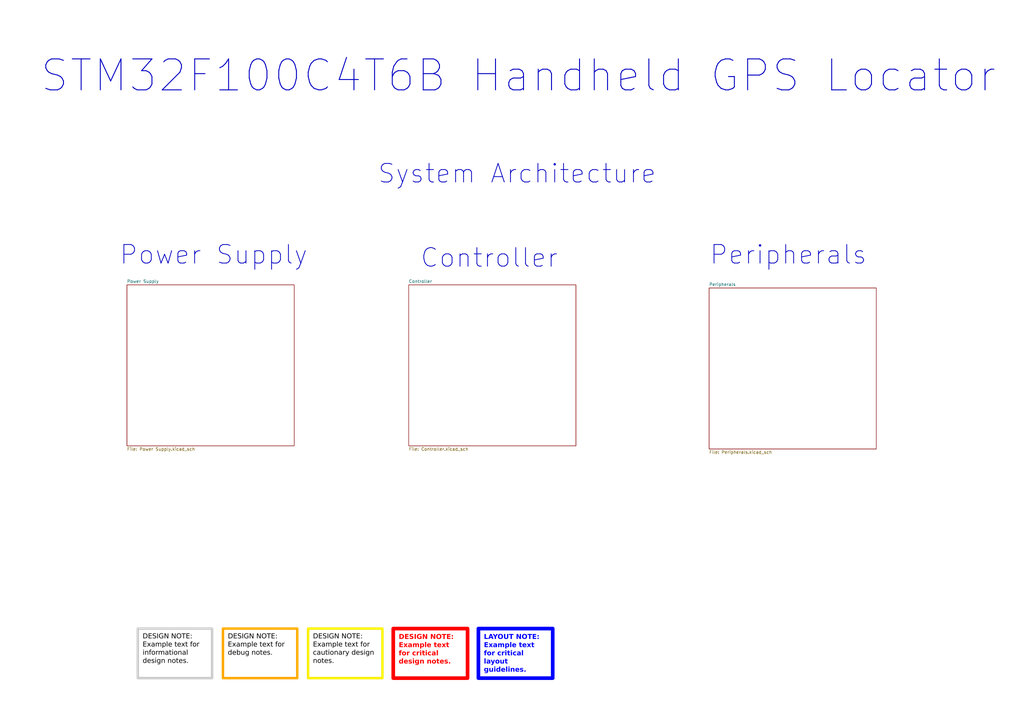
<source format=kicad_sch>
(kicad_sch
	(version 20250114)
	(generator "eeschema")
	(generator_version "9.0")
	(uuid "ea8b3ef8-8ecc-4b82-8187-a133f9b3c76f")
	(paper "A3")
	(title_block
		(title "STM32F100C4T6B GPS Locator")
		(date "2025-03-06")
		(rev "1.0.0")
		(company "MTP")
	)
	(lib_symbols)
	(text "STM32F100C4T6B Handheld GPS Locator"
		(exclude_from_sim no)
		(at 212.598 31.242 0)
		(effects
			(font
				(size 12.7 12.7)
				(thickness 0.381)
				(bold yes)
			)
		)
		(uuid "6b4444f2-e99c-423e-b744-d71b8e5fcf25")
	)
	(text "Peripherals"
		(exclude_from_sim no)
		(at 323.342 104.648 0)
		(effects
			(font
				(size 7.62 7.62)
				(thickness 0.3175)
			)
		)
		(uuid "b44335ed-39c7-47b3-926a-f20bd659f0f2")
	)
	(text "Controller"
		(exclude_from_sim no)
		(at 200.66 105.918 0)
		(effects
			(font
				(size 7.62 7.62)
				(thickness 0.3175)
			)
		)
		(uuid "d13731e9-d839-421e-8ec1-3acc3b8393b5")
	)
	(text "System Architecture"
		(exclude_from_sim no)
		(at 212.09 71.374 0)
		(effects
			(font
				(size 7.62 7.62)
				(thickness 0.3175)
			)
		)
		(uuid "e8d8bfb3-2344-4efc-a10e-8d68bfce2d42")
	)
	(text "Power Supply"
		(exclude_from_sim no)
		(at 87.63 104.648 0)
		(effects
			(font
				(size 7.62 7.62)
				(thickness 0.3175)
			)
		)
		(uuid "f8e9e8fd-0c88-449e-8d75-63dc04071639")
	)
	(text_box "DESIGN NOTE:\nExample text for debug notes."
		(exclude_from_sim no)
		(at 91.44 257.81 0)
		(size 30.48 20.32)
		(margins 2 2 2 2)
		(stroke
			(width 1)
			(type solid)
			(color 255 165 0 1)
		)
		(fill
			(type none)
		)
		(effects
			(font
				(face "Arial")
				(size 2 2)
				(color 0 0 0 1)
			)
			(justify left top)
		)
		(uuid "0c6092c5-7f39-4829-befd-4abe9831c84f")
	)
	(text_box "DESIGN NOTE:\nExample text for cautionary design notes."
		(exclude_from_sim no)
		(at 126.365 257.81 0)
		(size 30.48 20.32)
		(margins 2 2 2 2)
		(stroke
			(width 1)
			(type solid)
			(color 250 236 0 1)
		)
		(fill
			(type none)
		)
		(effects
			(font
				(face "Arial")
				(size 2 2)
				(color 0 0 0 1)
			)
			(justify left top)
		)
		(uuid "aba39beb-fd31-4891-8af3-6286769254af")
	)
	(text_box "DESIGN NOTE:\nExample text for critical design notes."
		(exclude_from_sim no)
		(at 161.29 257.81 0)
		(size 30.48 20.32)
		(margins 2.25 2.25 2.25 2.25)
		(stroke
			(width 1.5)
			(type solid)
			(color 255 0 0 1)
		)
		(fill
			(type none)
		)
		(effects
			(font
				(face "Arial")
				(size 2 2)
				(thickness 0.4)
				(bold yes)
				(color 255 0 0 1)
			)
			(justify left top)
		)
		(uuid "af781410-4256-400c-a498-d0ba8222f2ce")
	)
	(text_box "DESIGN NOTE:\nExample text for informational design notes."
		(exclude_from_sim no)
		(at 56.515 257.81 0)
		(size 30.48 20.32)
		(margins 2 2 2 2)
		(stroke
			(width 1)
			(type solid)
			(color 200 200 200 1)
		)
		(fill
			(type none)
		)
		(effects
			(font
				(face "Arial")
				(size 2 2)
				(color 0 0 0 1)
			)
			(justify left top)
		)
		(uuid "f6135425-2571-4752-ba4c-54ac82802f20")
	)
	(text_box "LAYOUT NOTE:\nExample text for critical layout guidelines."
		(exclude_from_sim no)
		(at 196.215 257.81 0)
		(size 30.48 20.32)
		(margins 2.25 2.25 2.25 2.25)
		(stroke
			(width 1.5)
			(type solid)
			(color 0 0 255 1)
		)
		(fill
			(type none)
		)
		(effects
			(font
				(face "Arial")
				(size 2 2)
				(thickness 0.4)
				(bold yes)
				(color 0 0 255 1)
			)
			(justify left top)
		)
		(uuid "f8e1e902-3f0b-46a4-a0f6-2a00f39cd9ef")
	)
	(sheet
		(at 52.07 116.84)
		(size 68.58 66.04)
		(exclude_from_sim no)
		(in_bom yes)
		(on_board yes)
		(dnp no)
		(fields_autoplaced yes)
		(stroke
			(width 0.1524)
			(type solid)
		)
		(fill
			(color 0 0 0 0.0000)
		)
		(uuid "bb542a6e-ba6f-4c6c-9344-4b3df55a7ad0")
		(property "Sheetname" "Power Supply"
			(at 52.07 116.1284 0)
			(effects
				(font
					(size 1.27 1.27)
				)
				(justify left bottom)
			)
		)
		(property "Sheetfile" "Power Supply.kicad_sch"
			(at 52.07 183.4646 0)
			(effects
				(font
					(size 1.27 1.27)
				)
				(justify left top)
			)
		)
		(instances
			(project "STM32F10xPill_GPS_Locator"
				(path "/ea8b3ef8-8ecc-4b82-8187-a133f9b3c76f"
					(page "3")
				)
			)
		)
	)
	(sheet
		(at 167.64 116.84)
		(size 68.58 66.04)
		(exclude_from_sim no)
		(in_bom yes)
		(on_board yes)
		(dnp no)
		(fields_autoplaced yes)
		(stroke
			(width 0.1524)
			(type solid)
		)
		(fill
			(color 0 0 0 0.0000)
		)
		(uuid "dfffea79-d379-47b9-be13-2a2070f80d43")
		(property "Sheetname" "Controller"
			(at 167.64 116.1284 0)
			(effects
				(font
					(size 1.27 1.27)
				)
				(justify left bottom)
			)
		)
		(property "Sheetfile" "Controller.kicad_sch"
			(at 167.64 183.4646 0)
			(effects
				(font
					(size 1.27 1.27)
				)
				(justify left top)
			)
		)
		(instances
			(project "STM32F10xPill_GPS_Locator"
				(path "/ea8b3ef8-8ecc-4b82-8187-a133f9b3c76f"
					(page "2")
				)
			)
		)
	)
	(sheet
		(at 290.83 118.11)
		(size 68.58 66.04)
		(exclude_from_sim no)
		(in_bom yes)
		(on_board yes)
		(dnp no)
		(fields_autoplaced yes)
		(stroke
			(width 0.1524)
			(type solid)
		)
		(fill
			(color 0 0 0 0.0000)
		)
		(uuid "fb7f8d9c-e54d-452d-9b35-e091bd157ab7")
		(property "Sheetname" "Peripherals"
			(at 290.83 117.3984 0)
			(effects
				(font
					(size 1.27 1.27)
				)
				(justify left bottom)
			)
		)
		(property "Sheetfile" "Peripherals.kicad_sch"
			(at 290.83 184.7346 0)
			(effects
				(font
					(size 1.27 1.27)
				)
				(justify left top)
			)
		)
		(instances
			(project "STM32F10xPill_GPS_Locator"
				(path "/ea8b3ef8-8ecc-4b82-8187-a133f9b3c76f"
					(page "4")
				)
			)
		)
	)
	(sheet_instances
		(path "/"
			(page "1")
		)
	)
	(embedded_fonts no)
)

</source>
